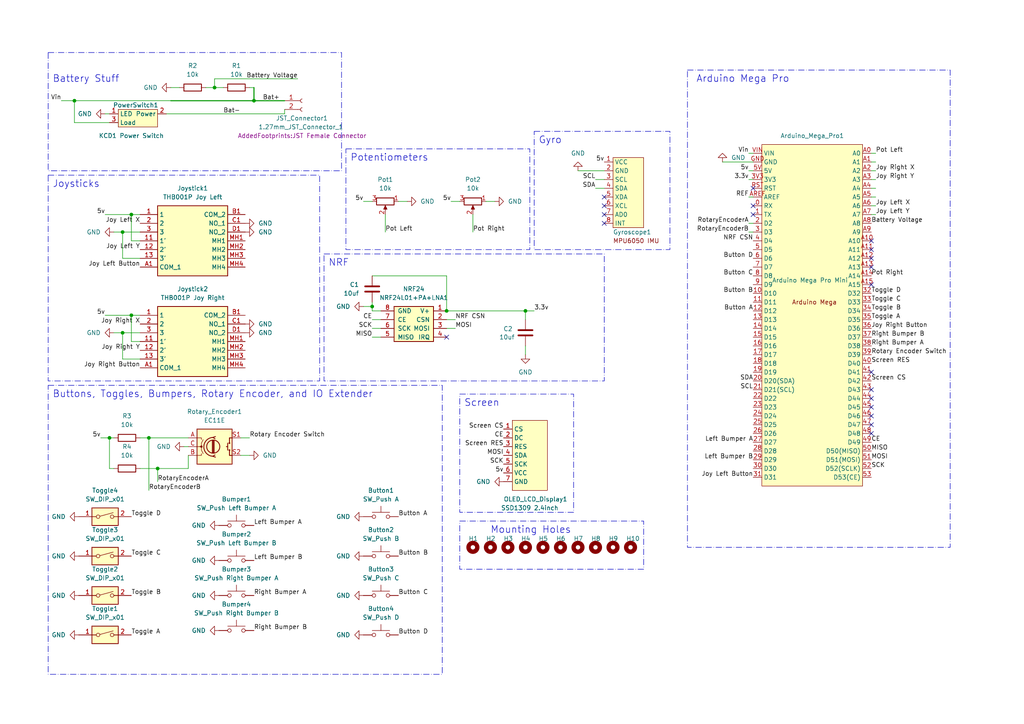
<source format=kicad_sch>
(kicad_sch (version 20230121) (generator eeschema)
  (paper "A4")
  (title_block (title "Arduino Nano Powered RC Transmitter") (rev "3") (company "Aecert Robotics ") (comment 1 "Gyroscope, 3.5 Inch Touchscreen, Rechargable Battery.") (comment 2 "2 Joysticks, 4 Buttons, 4 Bumpers, 4 Toggle Switches, Rotary Encoder, 2 Potentiometers,") (comment 3 "Features:"))
  (lib_symbols
    (symbol "Connector:Conn_01x02_Socket" (pin_names (offset 1.016) hide)
      (property "Reference" "J" (at 0 2.54 0))
      (property "Value" "Conn_01x02_Socket" (at 0 -5.08 0))
      (symbol "Conn_01x02_Socket_1_1"
        (arc (start 0 -2.032) (mid -0.5058 -2.54) (end 0 -3.048) (stroke (width 0.1524)))
        (polyline (pts (xy -1.27 -2.54) (xy -0.508 -2.54)) (stroke (width 0.1524)))
        (polyline (pts (xy -1.27 0) (xy -0.508 0)) (stroke (width 0.1524)))
        (arc (start 0 0.508) (mid -0.5058 0) (end 0 -0.508) (stroke (width 0.1524)))
        (pin passive line (at -5.08 0 0) (length 3.81) (name "Pin_1") (number "1"))
        (pin passive line (at -5.08 -2.54 0) (length 3.81) (name "Pin_2") (number "2"))
      )
    )
    (symbol "Connector_Generic:Conn_02x04_Counter_Clockwise" (pin_names (offset 1.016))
      (property "Reference" "N1" (at 4.445 8.89 0))
      (property "Value" "NRF24L01" (at 4.445 6.35 0))
      (symbol "Conn_02x04_Counter_Clockwise_1_1"
        (rectangle (start -1.27 3.81) (end 10.16 -6.35) (stroke (width 0.254)) (fill (type background)))
        (pin power_in line (at -5.08 2.54 0) (length 3.81) (name "V+") (number "1"))
        (pin input line (at -5.08 0 0) (length 3.81) (name "CSN") (number "2"))
        (pin input line (at -5.08 -2.54 0) (length 3.81) (name "MOSI") (number "3"))
        (pin input line (at -5.08 -5.08 0) (length 3.81) (name "IRQ") (number "4"))
        (pin input line (at 13.97 -5.08 180) (length 3.81) (name "MISO") (number "5"))
        (pin input line (at 13.97 -2.54 180) (length 3.81) (name "SCK") (number "6"))
        (pin input line (at 13.97 0 180) (length 3.81) (name "CE") (number "7"))
        (pin power_out line (at 13.97 2.54 180) (length 3.81) (name "GND") (number "8"))
      )
    )
    (symbol "Device:C" (pin_numbers hide) (pin_names (offset 0.254))
      (property "Reference" "C" (at 0.635 2.54 0))
      (property "Value" "C" (at 0.635 -2.54 0))
      (symbol "C_0_1"
        (polyline (pts (xy -2.032 -0.762) (xy 2.032 -0.762)) (stroke (width 0.508)))
        (polyline (pts (xy -2.032 0.762) (xy 2.032 0.762)) (stroke (width 0.508)))
      )
      (symbol "C_1_1"
        (pin passive line (at 0 3.81 270) (length 2.794) (name "~") (number "1"))
        (pin passive line (at 0 -3.81 90) (length 2.794) (name "~") (number "2"))
      )
    )
    (symbol "Device:R" (pin_numbers hide) (pin_names (offset 0))
      (property "Reference" "R" (at 2.032 0 90))
      (property "Value" "R" (at 0 0 90))
      (symbol "R_0_1"
        (rectangle (start -1.016 -2.54) (end 1.016 2.54) (stroke (width 0.254)))
      )
      (symbol "R_1_1"
        (pin passive line (at 0 3.81 270) (length 1.27) (name "~") (number "1"))
        (pin passive line (at 0 -3.81 90) (length 1.27) (name "~") (number "2"))
      )
    )
    (symbol "Device:R_Potentiometer" (pin_names (offset 1.016) hide)
      (property "Reference" "RV" (at -4.445 0 90))
      (property "Value" "R_Potentiometer" (at -2.54 0 90))
      (symbol "R_Potentiometer_0_1"
        (polyline (pts (xy 2.54 0) (xy 1.524 0)))
        (polyline (pts (xy 1.143 0) (xy 2.286 0.508) (xy 2.286 -0.508) (xy 1.143 0)) (fill (type outline)))
        (rectangle (start 1.016 2.54) (end -1.016 -2.54) (stroke (width 0.254)))
      )
      (symbol "R_Potentiometer_1_1"
        (pin passive line (at 0 3.81 270) (length 1.27) (name "1") (number "1"))
        (pin passive line (at 3.81 0 180) (length 1.27) (name "2") (number "2"))
        (pin passive line (at 0 -3.81 90) (length 1.27) (name "3") (number "3"))
      )
    )
    (symbol "Device:RotaryEncoder_Switch" (pin_names (offset 0.254) hide)
      (property "Reference" "SW" (at 0 6.604 0))
      (property "Value" "RotaryEncoder_Switch" (at 0 -6.604 0))
      (symbol "RotaryEncoder_Switch_0_1"
        (rectangle (start -5.08 5.08) (end 5.08 -5.08) (stroke (width 0.254)) (fill (type background)))
        (circle (center -3.81 0) (radius 0.254) (fill (type outline)))
        (circle (center -0.381 0) (radius 1.905) (stroke (width 0.254)))
        (arc (start -0.381 2.667) (mid -3.0988 -0.0635) (end -0.381 -2.794) (stroke (width 0.254)))
        (polyline (pts (xy -0.635 -1.778) (xy -0.635 1.778)) (stroke (width 0.254)))
        (polyline (pts (xy -0.381 -1.778) (xy -0.381 1.778)) (stroke (width 0.254)))
        (polyline (pts (xy -0.127 1.778) (xy -0.127 -1.778)) (stroke (width 0.254)))
        (polyline (pts (xy 3.81 0) (xy 3.429 0)) (stroke (width 0.254)))
        (polyline (pts (xy 3.81 1.016) (xy 3.81 -1.016)) (stroke (width 0.254)))
        (polyline (pts (xy -5.08 -2.54) (xy -3.81 -2.54) (xy -3.81 -2.032)))
        (polyline (pts (xy -5.08 2.54) (xy -3.81 2.54) (xy -3.81 2.032)))
        (polyline (pts (xy 0.254 -3.048) (xy -0.508 -2.794) (xy 0.127 -2.413)) (stroke (width 0.254)))
        (polyline (pts (xy 0.254 2.921) (xy -0.508 2.667) (xy 0.127 2.286)) (stroke (width 0.254)))
        (polyline (pts (xy 5.08 -2.54) (xy 4.318 -2.54) (xy 4.318 -1.016)) (stroke (width 0.254)))
        (polyline (pts (xy 5.08 2.54) (xy 4.318 2.54) (xy 4.318 1.016)) (stroke (width 0.254)))
        (polyline (pts (xy -5.08 0) (xy -3.81 0) (xy -3.81 -1.016) (xy -3.302 -2.032)))
        (polyline (pts (xy -4.318 0) (xy -3.81 0) (xy -3.81 1.016) (xy -3.302 2.032)))
        (circle (center 4.318 -1.016) (radius 0.127) (stroke (width 0.254)))
        (circle (center 4.318 1.016) (radius 0.127) (stroke (width 0.254)))
      )
      (symbol "RotaryEncoder_Switch_1_1"
        (pin passive line (at -7.62 2.54 0) (length 2.54) (name "A") (number "A"))
        (pin passive line (at -7.62 -2.54 0) (length 2.54) (name "B") (number "B"))
        (pin passive line (at -7.62 0 0) (length 2.54) (name "C") (number "C"))
        (pin passive line (at 7.62 2.54 180) (length 2.54) (name "S1") (number "S1"))
        (pin passive line (at 7.62 -2.54 180) (length 2.54) (name "S2") (number "S2"))
      )
    )
    (symbol "Mechanical:MountingHole" (pin_names (offset 1.016))
      (property "Reference" "H" (at 0 5.08 0))
      (property "Value" "MountingHole" (at 0 3.175 0))
      (symbol "MountingHole_0_1"
        (circle (center 0 0) (radius 1.27) (stroke (width 1.27)))
      )
    )
    (symbol "Modules:Arduino_Mega"
      (property "Reference" "M" (at 13.97 26.67 0))
      (symbol "Arduino_Mega_1_1"
        (rectangle (start 0 24.13) (end 29.21 -74.93) (fill (type background)))
        (text "Arduino Mega" (at 15.24 -21.59 0) (effects (font (size 1.27 1.27))))
        (pin bidirectional line (at -2.54 6.35 0) (length 2.54) (name "RX") (number "0"))
        (pin bidirectional line (at -2.54 3.81 0) (length 2.54) (name "TX") (number "1"))
        (pin bidirectional line (at -2.54 -19.05 0) (length 2.54) (name "D10") (number "10"))
        (pin bidirectional line (at -2.54 -21.59 0) (length 2.54) (name "D11") (number "11"))
        (pin bidirectional line (at -2.54 -24.13 0) (length 2.54) (name "D12") (number "12"))
        (pin bidirectional line (at -2.54 -26.67 0) (length 2.54) (name "D13") (number "13"))
        (pin bidirectional line (at -2.54 -29.21 0) (length 2.54) (name "D14") (number "14"))
        (pin bidirectional line (at -2.54 -31.75 0) (length 2.54) (name "D15") (number "15"))
        (pin bidirectional line (at -2.54 -34.29 0) (length 2.54) (name "D16") (number "16"))
        (pin bidirectional line (at -2.54 -36.83 0) (length 2.54) (name "D17") (number "17"))
        (pin bidirectional line (at -2.54 -39.37 0) (length 2.54) (name "D18") (number "18"))
        (pin bidirectional line (at -2.54 -41.91 0) (length 2.54) (name "D19") (number "19"))
        (pin bidirectional line (at -2.54 1.27 0) (length 2.54) (name "D2") (number "2"))
        (pin bidirectional line (at -2.54 -44.45 0) (length 2.54) (name "D20(SDA)") (number "20"))
        (pin bidirectional line (at -2.54 -46.99 0) (length 2.54) (name "D21(SCL)") (number "21"))
        (pin bidirectional line (at -2.54 -49.53 0) (length 2.54) (name "D22") (number "22"))
        (pin bidirectional line (at -2.54 -52.07 0) (length 2.54) (name "D23") (number "23"))
        (pin bidirectional line (at -2.54 -54.61 0) (length 2.54) (name "D24") (number "24"))
        (pin bidirectional line (at -2.54 -57.15 0) (length 2.54) (name "D25") (number "25"))
        (pin bidirectional line (at -2.54 -59.69 0) (length 2.54) (name "D26") (number "26"))
        (pin bidirectional line (at -2.54 -62.23 0) (length 2.54) (name "D27") (number "27"))
        (pin bidirectional line (at -2.54 -64.77 0) (length 2.54) (name "D28") (number "28"))
        (pin bidirectional line (at -2.54 -67.31 0) (length 2.54) (name "D29") (number "29"))
        (pin bidirectional line (at -2.54 -1.27 0) (length 2.54) (name "D3") (number "3"))
        (pin bidirectional line (at -2.54 -69.85 0) (length 2.54) (name "D30") (number "30"))
        (pin bidirectional line (at -2.54 -72.39 0) (length 2.54) (name "D31") (number "31"))
        (pin bidirectional line (at 31.75 -19.05 180) (length 2.54) (name "D32") (number "32"))
        (pin bidirectional line (at 31.75 -21.59 180) (length 2.54) (name "D33") (number "33"))
        (pin bidirectional line (at 31.75 -24.13 180) (length 2.54) (name "D34") (number "34"))
        (pin bidirectional line (at 31.75 -26.67 180) (length 2.54) (name "D35") (number "35"))
        (pin bidirectional line (at 31.75 -29.21 180) (length 2.54) (name "D36") (number "36"))
        (pin bidirectional line (at 31.75 -31.75 180) (length 2.54) (name "D37") (number "37"))
        (pin bidirectional line (at 31.75 -34.29 180) (length 2.54) (name "D38") (number "38"))
        (pin bidirectional line (at 31.75 -36.83 180) (length 2.54) (name "D39") (number "39"))
        (pin power_out line (at -2.54 13.97 0) (length 2.54) (name "3V3") (number "3V3"))
        (pin bidirectional line (at -2.54 -3.81 0) (length 2.54) (name "D4") (number "4"))
        (pin bidirectional line (at 31.75 -39.37 180) (length 2.54) (name "D40") (number "40"))
        (pin bidirectional line (at 31.75 -41.91 180) (length 2.54) (name "D41") (number "41"))
        (pin bidirectional line (at 31.75 -44.45 180) (length 2.54) (name "D42") (number "42"))
        (pin bidirectional line (at 31.75 -46.99 180) (length 2.54) (name "D43") (number "43"))
        (pin bidirectional line (at 31.75 -49.53 180) (length 2.54) (name "D44") (number "44"))
        (pin bidirectional line (at 31.75 -52.07 180) (length 2.54) (name "D45") (number "45"))
        (pin bidirectional line (at 31.75 -54.61 180) (length 2.54) (name "D46") (number "46"))
        (pin bidirectional line (at 31.75 -57.15 180) (length 2.54) (name "D47") (number "47"))
        (pin bidirectional line (at 31.75 -59.69 180) (length 2.54) (name "D48") (number "48"))
        (pin bidirectional line (at 31.75 -62.23 180) (length 2.54) (name "D49") (number "49"))
        (pin bidirectional line (at -2.54 -6.35 0) (length 2.54) (name "D5") (number "5"))
        (pin bidirectional line (at 31.75 -64.77 180) (length 2.54) (name "D50(MISO)") (number "50"))
        (pin bidirectional line (at 31.75 -67.31 180) (length 2.54) (name "D51(MOSI)") (number "51"))
        (pin bidirectional line (at 31.75 -69.85 180) (length 2.54) (name "D52(SCLK)") (number "52"))
        (pin bidirectional line (at 31.75 -72.39 180) (length 2.54) (name "D53(CE)") (number "53"))
        (pin power_out line (at -2.54 16.51 0) (length 2.54) (name "5V") (number "5V"))
        (pin bidirectional line (at -2.54 -8.89 0) (length 2.54) (name "D6") (number "6"))
        (pin bidirectional line (at -2.54 -11.43 0) (length 2.54) (name "D7") (number "7"))
        (pin bidirectional line (at -2.54 -13.97 0) (length 2.54) (name "D8") (number "8"))
        (pin bidirectional line (at -2.54 -16.51 0) (length 2.54) (name "D9") (number "9"))
        (pin bidirectional line (at 31.75 21.59 180) (length 2.54) (name "A0") (number "A0"))
        (pin bidirectional line (at 31.75 19.05 180) (length 2.54) (name "A1") (number "A1"))
        (pin bidirectional line (at 31.75 -3.81 180) (length 2.54) (name "A10") (number "A10"))
        (pin bidirectional line (at 31.75 -6.35 180) (length 2.54) (name "A11") (number "A11"))
        (pin bidirectional line (at 31.75 -8.89 180) (length 2.54) (name "A12") (number "A12"))
        (pin bidirectional line (at 31.75 -11.43 180) (length 2.54) (name "A13") (number "A13"))
        (pin bidirectional line (at 31.75 -13.97 180) (length 2.54) (name "A14") (number "A14"))
        (pin bidirectional line (at 31.75 -16.51 180) (length 2.54) (name "A15") (number "A15"))
        (pin bidirectional line (at 31.75 16.51 180) (length 2.54) (name "A2") (number "A2"))
        (pin bidirectional line (at 31.75 13.97 180) (length 2.54) (name "A3") (number "A3"))
        (pin bidirectional line (at 31.75 11.43 180) (length 2.54) (name "A4") (number "A4"))
        (pin bidirectional line (at 31.75 8.89 180) (length 2.54) (name "A5") (number "A5"))
        (pin bidirectional line (at 31.75 6.35 180) (length 2.54) (name "A6") (number "A6"))
        (pin bidirectional line (at 31.75 3.81 180) (length 2.54) (name "A7") (number "A7"))
        (pin bidirectional line (at 31.75 1.27 180) (length 2.54) (name "A8") (number "A8"))
        (pin bidirectional line (at 31.75 -1.27 180) (length 2.54) (name "A9") (number "A9"))
        (pin bidirectional line (at -2.54 8.89 0) (length 2.54) (name "AREF") (number "AREF"))
        (pin power_in line (at -2.54 19.05 0) (length 2.54) (name "GND") (number "GND"))
        (pin input line (at -2.54 11.43 0) (length 2.54) (name "RST") (number "RST"))
        (pin power_in line (at -2.54 21.59 0) (length 2.54) (name "VIN") (number "VIN"))
      )
    )
    (symbol "Modules:KCD1_3_Pin_Toggle_Switch"
      (property "Reference" "K" (at 1.27 3.81 0))
      (symbol "KCD1_3_Pin_Toggle_Switch_1_1"
        (rectangle (start -2.54 2.54) (end 8.89 -2.54) (fill (type background)))
        (pin bidirectional line (at -5.08 1.27 0) (length 2.54) (name "LED") (number "1"))
        (pin bidirectional line (at 11.43 1.27 180) (length 2.54) (name "Power") (number "2"))
        (pin power_in line (at -5.08 -1.27 0) (length 2.54) (name "Load") (number "3"))
      )
    )
    (symbol "Modules:MPU6050_IMU"
      (property "Reference" "G1" (at -3.81 -10.16 0))
      (property "Value" "~" (at 0 0 0))
      (symbol "MPU6050_IMU_1_1"
        (rectangle (start -3.81 11.43) (end 5.08 -8.89) (fill (type background)))
        (text "MPU6050 IMU" (at -3.81 -12.7 0) (effects (font (size 1.27 1.27)) (justify left)))
        (pin power_in line (at -6.35 10.16 0) (length 2.54) (name "VCC") (number "1"))
        (pin power_in line (at -6.35 7.62 0) (length 2.54) (name "GND") (number "2"))
        (pin output line (at -6.35 5.08 0) (length 2.54) (name "SCL") (number "3"))
        (pin output line (at -6.35 2.54 0) (length 2.54) (name "SDA") (number "4"))
        (pin input line (at -6.35 0 0) (length 2.54) (name "XDA") (number "5"))
        (pin input line (at -6.35 -2.54 0) (length 2.54) (name "XCL") (number "6"))
        (pin input line (at -6.35 -5.08 0) (length 2.54) (name "AD0") (number "7"))
        (pin input line (at -6.35 -7.62 0) (length 2.54) (name "INT") (number "8"))
      )
    )
    (symbol "Modules:SSD1309_2.4_Inch_OLED"
      (property "Reference" "S" (at 3.81 16.51 0))
      (symbol "SSD1309_2.4_Inch_OLED_1_1"
        (rectangle (start -1.27 15.24) (end 8.89 -5.08) (fill (type background)))
        (pin bidirectional line (at -3.81 12.7 0) (length 2.54) (name "CS") (number "1"))
        (pin bidirectional line (at -3.81 10.16 0) (length 2.54) (name "DC") (number "2"))
        (pin bidirectional line (at -3.81 7.62 0) (length 2.54) (name "RES") (number "3"))
        (pin bidirectional line (at -3.81 5.08 0) (length 2.54) (name "SDA") (number "4"))
        (pin bidirectional line (at -3.81 2.54 0) (length 2.54) (name "SCK") (number "5"))
        (pin bidirectional line (at -3.81 0 0) (length 2.54) (name "VCC") (number "6"))
        (pin bidirectional line (at -3.81 -2.54 0) (length 2.54) (name "GND") (number "7"))
      )
    )
    (symbol "Switch:SW_DIP_x01" (pin_names (offset 0) hide)
      (property "Reference" "SW" (at 0 3.81 0))
      (property "Value" "SW_DIP_x01" (at 0 -3.81 0))
      (symbol "SW_DIP_x01_0_0"
        (circle (center -2.032 0) (radius 0.508))
        (polyline (pts (xy -1.524 0.127) (xy 2.3622 1.1684)))
        (circle (center 2.032 0) (radius 0.508))
      )
      (symbol "SW_DIP_x01_0_1"
        (rectangle (start -3.81 2.54) (end 3.81 -2.54) (stroke (width 0.254)) (fill (type background)))
      )
      (symbol "SW_DIP_x01_1_1"
        (pin passive line (at -7.62 0 0) (length 5.08) (name "~") (number "1"))
        (pin passive line (at 7.62 0 180) (length 5.08) (name "~") (number "2"))
      )
    )
    (symbol "Switch:SW_Push" (pin_numbers hide) (pin_names (offset 1.016) hide)
      (property "Reference" "SW" (at 1.27 2.54 0))
      (property "Value" "SW_Push" (at 0 -1.524 0))
      (symbol "SW_Push_0_1"
        (circle (center -2.032 0) (radius 0.508))
        (polyline (pts (xy 0 1.27) (xy 0 3.048)))
        (polyline (pts (xy 2.54 1.27) (xy -2.54 1.27)))
        (circle (center 2.032 0) (radius 0.508))
        (pin passive line (at -5.08 0 0) (length 2.54) (name "1") (number "1"))
        (pin passive line (at 5.08 0 180) (length 2.54) (name "2") (number "2"))
      )
    )
    (symbol "THB001P:THB001P"
      (property "Reference" "S" (at 26.67 7.62 0))
      (property "Value" "THB001P" (at 26.67 5.08 0))
      (symbol "THB001P_1_1"
        (rectangle (start 5.08 2.54) (end 25.4 -17.78) (stroke (width 0.254)) (fill (type background)))
        (pin passive line (at 0 0 0) (length 5.08) (name "1") (number "1"))
        (pin passive line (at 0 -7.62 0) (length 5.08) (name "1'") (number "11"))
        (pin passive line (at 0 -10.16 0) (length 5.08) (name "2'") (number "12"))
        (pin passive line (at 0 -12.7 0) (length 5.08) (name "3'") (number "13"))
        (pin passive line (at 0 -2.54 0) (length 5.08) (name "2") (number "2"))
        (pin passive line (at 0 -5.08 0) (length 5.08) (name "3") (number "3"))
        (pin passive line (at 0 -15.24 0) (length 5.08) (name "COM_1") (number "A1"))
        (pin passive line (at 30.48 0 180) (length 5.08) (name "COM_2") (number "B1"))
        (pin passive line (at 30.48 -2.54 180) (length 5.08) (name "NO_1") (number "C1"))
        (pin passive line (at 30.48 -5.08 180) (length 5.08) (name "NO_2") (number "D1"))
        (pin passive line (at 30.48 -7.62 180) (length 5.08) (name "MH1") (number "MH1"))
        (pin passive line (at 30.48 -10.16 180) (length 5.08) (name "MH2") (number "MH2"))
        (pin passive line (at 30.48 -12.7 180) (length 5.08) (name "MH3") (number "MH3"))
        (pin passive line (at 30.48 -15.24 180) (length 5.08) (name "MH4") (number "MH4"))
      )
    )
    (symbol "power:GND" (power) (pin_names (offset 0))
      (property "Value" "GND" (at 0 -3.81 0))
      (symbol "GND_0_1"
        (polyline (pts (xy 0 0) (xy 0 -1.27) (xy 1.27 -1.27) (xy 0 -2.54) (xy -1.27 -1.27) (xy 0 -1.27)))
      )
      (symbol "GND_1_1"
        (pin power_in line (at 0 0 270) (length 0) hide (name "GND") (number "1"))
      )
    )
  )
  (junction (at 73.66 29.21))
  (junction (at 31.75 127))
  (junction (at 35.56 67.31))
  (junction (at 45.72 135.89))
  (junction (at 38.1 62.23))
  (junction (at 21.59 29.21))
  (junction (at 152.4 90.17))
  (junction (at 43.18 127))
  (junction (at 107.95 88.9))
  (junction (at 129.54 90.17))
  (junction (at 35.56 96.52))
  (junction (at 62.23 25.4))
  (junction (at 38.1 91.44))
  (no_connect (at 175.26 57.15))
  (no_connect (at 252.73 113.03))
  (no_connect (at 175.26 62.23))
  (no_connect (at 175.26 64.77))
  (no_connect (at 252.73 74.93))
  (no_connect (at 252.73 69.85))
  (no_connect (at 252.73 123.19))
  (no_connect (at 252.73 120.65))
  (no_connect (at 129.54 97.79))
  (no_connect (at 252.73 118.11))
  (no_connect (at 252.73 82.55))
  (no_connect (at 252.73 115.57))
  (no_connect (at 252.73 77.47))
  (no_connect (at 218.44 62.23))
  (no_connect (at 252.73 72.39))
  (no_connect (at 175.26 59.69))
  (no_connect (at 218.44 54.61))
  (no_connect (at 252.73 107.95))
  (no_connect (at 218.44 59.69))
  (no_connect (at 252.73 125.73))
  (wire (pts (xy 62.23 25.4) (xy 64.77 25.4)))
  (wire (pts (xy 105.41 58.42) (xy 107.95 58.42)))
  (wire (pts (xy 38.1 91.44) (xy 38.1 99.06)))
  (wire (pts (xy 59.69 25.4) (xy 62.23 25.4)))
  (wire (pts (xy 62.23 22.86) (xy 62.23 25.4)))
  (wire (pts (xy 40.64 74.93) (xy 35.56 74.93)))
  (wire (pts (xy 129.54 90.17) (xy 152.4 90.17)))
  (wire (pts (xy 107.95 88.9) (xy 105.41 88.9)))
  (wire (pts (xy 167.64 49.53) (xy 175.26 49.53)))
  (wire (pts (xy 143.51 58.42) (xy 140.97 58.42)))
  (wire (pts (xy 107.95 87.63) (xy 107.95 88.9)))
  (wire (pts (xy 110.49 90.17) (xy 107.95 90.17)))
  (wire (pts (xy 30.48 62.23) (xy 38.1 62.23)))
  (wire (pts (xy 40.64 127) (xy 43.18 127)))
  (wire (pts (xy 254 59.69) (xy 252.73 59.69)))
  (wire (pts (xy 254 49.53) (xy 252.73 49.53)))
  (wire (pts (xy 40.64 99.06) (xy 38.1 99.06)))
  (wire (pts (xy 69.85 132.08) (xy 72.39 132.08)))
  (wire (pts (xy 29.21 127) (xy 31.75 127)))
  (wire (pts (xy 62.23 22.86) (xy 86.36 22.86)))
  (wire (pts (xy 254 44.45) (xy 252.73 44.45)))
  (wire (pts (xy 38.1 91.44) (xy 40.64 91.44)))
  (wire (pts (xy 40.64 104.14) (xy 35.56 104.14)))
  (wire (pts (xy 49.53 25.4) (xy 52.07 25.4)))
  (wire (pts (xy 217.17 44.45) (xy 218.44 44.45)))
  (wire (pts (xy 38.1 62.23) (xy 40.64 62.23)))
  (wire (pts (xy 40.64 69.85) (xy 38.1 69.85)))
  (wire (pts (xy 31.75 35.56) (xy 21.59 35.56)))
  (wire (pts (xy 217.17 52.07) (xy 218.44 52.07)))
  (wire (pts (xy 172.72 54.61) (xy 175.26 54.61)))
  (wire (pts (xy 38.1 62.23) (xy 38.1 69.85)))
  (wire (pts (xy 43.18 142.24) (xy 43.18 127)))
  (wire (pts (xy 21.59 29.21) (xy 49.53 29.21)))
  (wire (pts (xy 172.72 52.07) (xy 175.26 52.07)))
  (wire (pts (xy 35.56 67.31) (xy 40.64 67.31)))
  (wire (pts (xy 254 46.99) (xy 252.73 46.99)))
  (wire (pts (xy 130.81 58.42) (xy 133.35 58.42)))
  (wire (pts (xy 33.02 67.31) (xy 35.56 67.31)))
  (wire (pts (xy 30.48 91.44) (xy 38.1 91.44)))
  (wire (pts (xy 49.53 29.21) (xy 73.66 29.21)) (stroke (width 0.3)))
  (wire (pts (xy 35.56 67.31) (xy 35.56 74.93)))
  (wire (pts (xy 209.55 46.99) (xy 218.44 46.99)))
  (wire (pts (xy 152.4 90.17) (xy 152.4 92.71)))
  (wire (pts (xy 43.18 127) (xy 54.61 127)))
  (wire (pts (xy 53.34 129.54) (xy 54.61 129.54)))
  (wire (pts (xy 35.56 96.52) (xy 35.56 104.14)))
  (wire (pts (xy 111.76 67.31) (xy 111.76 62.23)))
  (wire (pts (xy 73.66 25.4) (xy 73.66 29.21)) (stroke (width 0.3)))
  (wire (pts (xy 45.72 135.89) (xy 45.72 139.7)))
  (wire (pts (xy 35.56 96.52) (xy 40.64 96.52)))
  (wire (pts (xy 82.55 33.02) (xy 82.55 31.75)))
  (wire (pts (xy 132.08 92.71) (xy 129.54 92.71)))
  (wire (pts (xy 17.78 29.21) (xy 21.59 29.21)))
  (wire (pts (xy 254 57.15) (xy 252.73 57.15)))
  (wire (pts (xy 72.39 127) (xy 69.85 127)))
  (wire (pts (xy 107.95 95.25) (xy 110.49 95.25)))
  (wire (pts (xy 254 54.61) (xy 252.73 54.61)))
  (wire (pts (xy 33.02 96.52) (xy 35.56 96.52)))
  (wire (pts (xy 30.48 33.02) (xy 31.75 33.02)))
  (wire (pts (xy 137.16 67.31) (xy 137.16 62.23)))
  (wire (pts (xy 48.26 33.02) (xy 82.55 33.02)))
  (wire (pts (xy 45.72 135.89) (xy 54.61 135.89)))
  (wire (pts (xy 54.61 132.08) (xy 54.61 135.89)))
  (wire (pts (xy 73.66 29.21) (xy 82.55 29.21)) (stroke (width 0.3)))
  (wire (pts (xy 217.17 57.15) (xy 218.44 57.15)))
  (wire (pts (xy 129.54 80.01) (xy 107.95 80.01)))
  (wire (pts (xy 31.75 135.89) (xy 33.02 135.89)))
  (wire (pts (xy 254 62.23) (xy 252.73 62.23)))
  (wire (pts (xy 132.08 95.25) (xy 129.54 95.25)))
  (wire (pts (xy 254 52.07) (xy 252.73 52.07)))
  (wire (pts (xy 107.95 97.79) (xy 110.49 97.79)))
  (wire (pts (xy 72.39 25.4) (xy 73.66 25.4)))
  (wire (pts (xy 107.95 88.9) (xy 107.95 90.17)))
  (wire (pts (xy 40.64 135.89) (xy 45.72 135.89)))
  (wire (pts (xy 217.17 67.31) (xy 218.44 67.31)))
  (wire (pts (xy 217.17 64.77) (xy 218.44 64.77)))
  (wire (pts (xy 21.59 35.56) (xy 21.59 29.21)))
  (wire (pts (xy 152.4 90.17) (xy 154.94 90.17)))
  (wire (pts (xy 31.75 127) (xy 33.02 127)))
  (wire (pts (xy 31.75 135.89) (xy 31.75 127)))
  (wire (pts (xy 118.11 58.42) (xy 115.57 58.42)))
  (wire (pts (xy 152.4 102.87) (xy 152.4 100.33)))
  (wire (pts (xy 129.54 80.01) (xy 129.54 90.17)))
  (wire (pts (xy 107.95 92.71) (xy 110.49 92.71)))
  (wire (pts (xy 217.17 49.53) (xy 218.44 49.53)))
  (rectangle (start 13.97 50.8) (end 92.71 110.49) (stroke (width 0) (type dash_dot)))
  (rectangle (start 154.94 38.1) (end 194.31 72.39) (stroke (width 0) (type dash_dot)))
  (rectangle (start 133.35 151.13) (end 186.69 165.1) (stroke (width 0) (type dash_dot)))
  (rectangle (start 93.98 73.66) (end 175.26 110.49) (stroke (width 0) (type dash_dot)))
  (rectangle (start 13.97 15.24) (end 99.06 49.53) (stroke (width 0) (type dash_dot)))
  (rectangle (start 100.33 43.18) (end 153.67 72.39) (stroke (width 0) (type dash_dot)))
  (rectangle (start 13.97 111.76) (end 128.27 195.58) (stroke (width 0) (type dash_dot)))
  (rectangle (start 133.35 114.3) (end 166.37 148.59) (stroke (width 0) (type dash_dot)))
  (rectangle (start 199.39 20.32) (end 275.59 158.75) (stroke (width 0) (type dash_dot)))
  (text "Screen" (at 134.62 118.11 0) (effects (font (size 2 2)) (justify left bottom)))
  (text "NRF\n" (at 95.25 77.47 0) (effects (font (size 2 2)) (justify left bottom)))
  (text "Buttons, Toggles, Bumpers, Rotary Encoder, and IO Extender\n" (at 15.24 115.57 0) (effects (font (size 2 2)) (justify left bottom)))
  (text "Gyro" (at 156.21 41.91 0) (effects (font (size 2 2)) (justify left bottom)))
  (text "Potentiometers" (at 101.6 46.99 0) (effects (font (size 2 2)) (justify left bottom)))
  (text "Mounting Holes" (at 142.24 154.94 0) (effects (font (size 2 2)) (justify left bottom)))
  (text "Battery Stuff" (at 15.24 24.13 0) (effects (font (size 2 2)) (justify left bottom)))
  (text "Joysticks" (at 15.24 54.61 0) (effects (font (size 2 2)) (justify left bottom)))
  (text "Arduino Mega Pro" (at 201.93 24.13 0) (effects (font (size 2 2)) (justify left bottom)))
  (label "RotaryEncoderA" (at 217.17 64.77 180))
  (label "Joy Left Y" (at 40.64 72.39 180))
  (label "Toggle A" (at 38.1 184.15 0))
  (label "MISO" (at 252.73 130.81 0))
  (label "Screen RES" (at 146.05 129.54 180))
  (label "SCL" (at 172.72 52.07 180))
  (label "Button D" (at 115.57 184.15 0))
  (label "NRF CSN" (at 218.44 69.85 180))
  (label "SDA" (at 172.72 54.61 180))
  (label "Button A" (at 115.57 149.86 0))
  (label "Pot Right" (at 252.73 80.01 0))
  (label "Joy Right Y" (at 254 52.07 0))
  (label "RotaryEncoderA" (at 45.72 139.7 0))
  (label "Rotary Encoder Switch" (at 72.39 127 0))
  (label "5v" (at 130.81 58.42 180) (property "Netclass" "5v" (effects hide)))
  (label "MOSI" (at 132.08 95.25 0))
  (label "Bat+" (at 76.2 29.21 0) (property "Netclass" "Vin" (effects hide)))
  (label "Right Bumper B" (at 252.73 97.79 0))
  (label "Toggle D" (at 38.1 149.86 0))
  (label "SCL" (at 218.44 113.03 180))
  (label "MISO" (at 107.95 97.79 180))
  (label "Toggle C" (at 252.73 87.63 0))
  (label "Joy Right Y" (at 40.64 101.6 180))
  (label "CE" (at 252.73 128.27 0))
  (label "CE" (at 107.95 92.71 180))
  (label "Button B" (at 218.44 85.09 180))
  (label "Button B" (at 115.57 161.29 0))
  (label "5v" (at 217.17 49.53 180) (property "Netclass" "5v" (effects hide)))
  (label "Joy Left Button" (at 40.64 77.47 180))
  (label "Battery Voltage" (at 252.73 64.77 0) (property "Netclass" "Default" (effects hide)))
  (label "Left Bumper A" (at 73.66 152.4 0))
  (label "Toggle D" (at 252.73 85.09 0))
  (label "Button A" (at 218.44 90.17 180))
  (label "Screen CS" (at 252.73 110.49 0))
  (label "Toggle C" (at 38.1 161.29 0))
  (label "RotaryEncoderB" (at 217.17 67.31 180))
  (label "Left Bumper B" (at 73.66 162.56 0))
  (label "Pot Right" (at 137.16 67.31 0))
  (label "Right Bumper A" (at 252.73 100.33 0))
  (label "5v" (at 146.05 137.16 180) (property "Netclass" "5v" (effects hide)))
  (label "Joy Left Button" (at 218.44 138.43 180))
  (label "Vin" (at 17.78 29.21 180) (property "Netclass" "Vin" (effects hide)))
  (label "Toggle A" (at 252.73 92.71 0))
  (label "Toggle B" (at 38.1 172.72 0))
  (label "Joy Right Button" (at 252.73 95.25 0))
  (label "Toggle B" (at 252.73 90.17 0))
  (label "Joy Right Button" (at 40.64 106.68 180))
  (label "5v" (at 175.26 46.99 180) (property "Netclass" "5v" (effects hide)))
  (label "SCK" (at 146.05 134.62 180))
  (label "Right Bumper B" (at 73.66 182.88 0))
  (label "Bat-" (at 64.77 33.02 0) (property "Netclass" "Vin" (effects hide)))
  (label "Joy Left X" (at 40.64 64.77 180))
  (label "Button C" (at 218.44 80.01 180))
  (label "Joy Left X" (at 254 59.69 0))
  (label "Battery Voltage" (at 86.36 22.86 180) (property "Netclass" "Default" (effects hide)))
  (label "5v" (at 30.48 62.23 180) (property "Netclass" "5v" (effects hide)))
  (label "Button C" (at 115.57 172.72 0))
  (label "Left Bumper B" (at 218.44 133.35 180))
  (label "RotaryEncoderB" (at 43.18 142.24 0))
  (label "Left Bumper A" (at 218.44 128.27 180))
  (label "MOSI" (at 252.73 133.35 0))
  (label "5v" (at 29.21 127 180) (property "Netclass" "5v" (effects hide)))
  (label "Pot Left" (at 111.76 67.31 0))
  (label "Joy Left Y" (at 254 62.23 0))
  (label "Rotary Encoder Switch" (at 252.73 102.87 0))
  (label "5v" (at 105.41 58.42 180) (property "Netclass" "5v" (effects hide)))
  (label "SCK" (at 252.73 135.89 0))
  (label "Pot Left" (at 254 44.45 0))
  (label "Button D" (at 218.44 74.93 180))
  (label "Joy Right X" (at 40.64 93.98 180))
  (label "CE" (at 146.05 127 180))
  (label "Screen CS" (at 146.05 124.46 180))
  (label "Screen RES" (at 252.73 105.41 0))
  (label "5v" (at 30.48 91.44 180) (property "Netclass" "5v" (effects hide)))
  (label "MOSI" (at 146.05 132.08 180))
  (label "NRF CSN" (at 132.08 92.71 0))
  (label "3.3v" (at 217.17 52.07 180))
  (label "Right Bumper A" (at 73.66 172.72 0))
  (label "SCK" (at 107.95 95.25 180))
  (label "SDA" (at 218.44 110.49 180))
  (label "REF" (at 217.17 57.15 180))
  (label "Vin" (at 217.17 44.45 180) (property "Netclass" "Vin" (effects hide)))
  (label "3.3v" (at 154.94 90.17 0))
  (label "Joy Right X" (at 254 49.53 0))
  (symbol (lib_id "Mechanical:MountingHole") (at 182.88 158.75 0) (unit 1)
    (property "Reference" "H10" (at 181.61 156.21 0) (effects (justify left)))
    (property "Value" "MountingHole_Pad" (effects hide))
    (property "Footprint" "MountingHole:MountingHole_3.2mm_M3" (effects hide))
  )
  (symbol (lib_id "power:GND") (at 146.05 139.7 270) (unit 1)
    (property "Reference" "#PWR014" (effects hide))
    (property "Value" "GND" (at 142.24 139.7 90) (effects (justify right)))
  )
  (symbol (lib_id "Switch:SW_Push") (at 68.58 182.88 0) (unit 1)
    (property "Reference" "Bumper4" (at 68.58 175.26 0))
    (property "Value" "SW_Push Right Bumper B" (at 68.58 177.8 0))
    (property "Footprint" "AddedFootprints:Bumper Pads" (effects hide))
  )
  (symbol (lib_id "power:GND") (at 63.5 172.72 270) (unit 1)
    (property "Reference" "#PWR022" (effects hide))
    (property "Value" "GND" (at 59.69 172.72 90) (effects (justify right)))
  )
  (symbol (lib_id "power:GND") (at 105.41 172.72 270) (unit 1)
    (property "Reference" "#PWR025" (effects hide))
    (property "Value" "GND" (at 101.6 172.72 90) (effects (justify right)))
  )
  (symbol (lib_id "Switch:SW_Push") (at 68.58 162.56 0) (unit 1)
    (property "Reference" "Bumper2" (at 68.58 154.94 0))
    (property "Value" "SW_Push Left Bumper B" (at 68.58 157.48 0))
    (property "Footprint" "AddedFootprints:Bumper Pads" (effects hide))
  )
  (symbol (lib_id "Device:R_Potentiometer") (at 111.76 58.42 270) (unit 1)
    (property "Reference" "Pot1" (at 111.76 52.07 90))
    (property "Value" "10k" (at 111.76 54.61 90))
    (property "Footprint" "Potentiometer_THT:Potentiometer_Bourns_PTV09A-1_Single_Vertical" (effects hide))
    (property "Part Number" "PTV09A-4220F-B103" (effects hide))
  )
  (symbol (lib_id "Switch:SW_Push") (at 110.49 172.72 0) (unit 1)
    (property "Reference" "Button3" (at 110.49 165.1 0))
    (property "Value" "SW_Push C" (at 110.49 167.64 0))
    (property "Footprint" "Button_Switch_THT:SW_PUSH_6mm" (effects hide))
  )
  (symbol (lib_id "Switch:SW_Push") (at 110.49 184.15 0) (unit 1)
    (property "Reference" "Button4" (at 110.49 176.53 0))
    (property "Value" "SW_Push D" (at 110.49 179.07 0))
    (property "Footprint" "Button_Switch_THT:SW_PUSH_6mm" (effects hide))
  )
  (symbol (lib_id "Mechanical:MountingHole") (at 177.8 158.75 0) (unit 1)
    (property "Reference" "H9" (at 176.53 156.21 0) (effects (justify left)))
    (property "Value" "MountingHole_Pad" (effects hide))
    (property "Footprint" "MountingHole:MountingHole_3.2mm_M3" (effects hide))
  )
  (symbol (lib_id "Mechanical:MountingHole") (at 167.64 158.75 0) (unit 1)
    (property "Reference" "H7" (at 166.37 156.21 0) (effects (justify left)))
    (property "Value" "MountingHole_Pad" (effects hide))
    (property "Footprint" "MountingHole:MountingHole_3.2mm_M3" (effects hide))
  )
  (symbol (lib_id "Switch:SW_DIP_x01") (at 30.48 184.15 0) (unit 1)
    (property "Reference" "Toggle1" (at 30.48 176.53 0))
    (property "Value" "SW_DIP_x01" (at 30.48 179.07 0))
    (property "Footprint" "AddedFootprints:SPST Mini Toggle Switch 2 Pin 2 Position" (effects hide))
  )
  (symbol (lib_id "Modules:MPU6050_IMU") (at 181.61 57.15 0) (unit 1)
    (property "Reference" "Gyroscope1" (at 177.8 67.31 0) (effects (justify left)))
    (property "Value" "MPU6050 Gyroscope" (effects hide))
    (property "Footprint" "AddedFootprints:MPU6050 Gyroscope" (effects hide))
  )
  (symbol (lib_id "power:GND") (at 105.41 184.15 270) (unit 1)
    (property "Reference" "#PWR024" (effects hide))
    (property "Value" "GND" (at 101.6 184.15 90) (effects (justify right)))
  )
  (symbol (lib_id "power:GND") (at 105.41 149.86 270) (unit 1)
    (property "Reference" "#PWR027" (effects hide))
    (property "Value" "GND" (at 101.6 149.86 90) (effects (justify right)))
  )
  (symbol (lib_id "Device:R_Potentiometer") (at 137.16 58.42 270) (unit 1)
    (property "Reference" "Pot2" (at 137.16 52.07 90))
    (property "Value" "10k" (at 137.16 54.61 90))
    (property "Footprint" "Potentiometer_THT:Potentiometer_Bourns_PTV09A-1_Single_Vertical" (effects hide))
    (property "Part Number" "PTV09A-4220F-B103" (effects hide))
  )
  (symbol (lib_id "power:GND") (at 63.5 162.56 270) (unit 1)
    (property "Reference" "#PWR021" (effects hide))
    (property "Value" "GND" (at 59.69 162.56 90) (effects (justify right)))
  )
  (symbol (lib_id "power:GND") (at 22.86 161.29 270) (unit 1)
    (property "Reference" "#PWR015" (effects hide))
    (property "Value" "GND" (at 19.05 161.29 90) (effects (justify right)))
  )
  (symbol (lib_id "Device:R") (at 55.88 25.4 90) (unit 1)
    (property "Reference" "R2" (at 55.88 19.05 90))
    (property "Value" "10k" (at 55.88 21.59 90))
    (property "Footprint" "Resistor_THT:R_Axial_DIN0207_L6.3mm_D2.5mm_P7.62mm_Horizontal" (effects hide))
  )
  (symbol (lib_id "Device:RotaryEncoder_Switch") (at 62.23 129.54 0) (unit 1)
    (property "Reference" "Rotary_Encoder1" (at 62.23 119.38 0))
    (property "Value" "EC11E" (at 62.23 121.92 0))
    (property "Footprint" "Rotary_Encoder:RotaryEncoder_Alps_EC11E-Switch_Vertical_H20mm" (effects hide))
  )
  (symbol (lib_id "power:GND") (at 143.51 58.42 90) (unit 1)
    (property "Reference" "#PWR04" (effects hide))
    (property "Value" "GND" (at 147.32 58.42 90) (effects (justify right)))
  )
  (symbol (lib_id "Mechanical:MountingHole") (at 142.24 158.75 0) (unit 1)
    (property "Reference" "H2" (at 140.97 156.21 0) (effects (justify left)))
    (property "Value" "MountingHole_Pad" (effects hide))
    (property "Footprint" "MountingHole:MountingHole_3.2mm_M3" (effects hide))
  )
  (symbol (lib_id "Switch:SW_DIP_x01") (at 30.48 161.29 0) (unit 1)
    (property "Reference" "Toggle3" (at 30.48 153.67 0))
    (property "Value" "SW_DIP_x01" (at 30.48 156.21 0))
    (property "Footprint" "AddedFootprints:SPST Mini Toggle Switch 2 Pin 2 Position" (effects hide))
  )
  (symbol (lib_id "Modules:KCD1_3_Pin_Toggle_Switch") (at 36.83 34.29 0) (unit 1)
    (property "Reference" "PowerSwitch1" (at 39.37 30.48 0))
    (property "Value" "KCD1 Power Switch" (at 38.1 39.37 0))
    (property "Footprint" "AddedFootprints:KCD1 Mini Rocker Switch" (effects hide))
  )
  (symbol (lib_id "power:GND") (at 33.02 96.52 270) (mirror x) (unit 1)
    (property "Reference" "#PWR017" (effects hide))
    (property "Value" "GND" (at 29.21 96.52 90) (effects (justify right)))
  )
  (symbol (lib_id "Device:C") (at 107.95 83.82 0) (mirror y) (unit 1)
    (property "Reference" "C1" (at 104.14 82.55 0) (effects (justify left)))
    (property "Value" "10uf" (at 104.14 85.09 0) (effects (justify left)))
    (property "Footprint" "Capacitor_THT:CP_Radial_D5.0mm_P2.50mm" (effects hide))
  )
  (symbol (lib_id "power:GND") (at 167.64 49.53 180) (unit 1)
    (property "Reference" "#PWR05" (effects hide))
    (property "Value" "GND" (at 167.64 44.45 0))
  )
  (symbol (lib_id "power:GND") (at 49.53 25.4 270) (unit 1)
    (property "Reference" "#PWR08" (effects hide))
    (property "Value" "GND" (at 45.72 25.4 90) (effects (justify right)))
  )
  (symbol (lib_id "power:GND") (at 33.02 67.31 270) (mirror x) (unit 1)
    (property "Reference" "#PWR09" (effects hide))
    (property "Value" "GND" (at 29.21 67.31 90) (effects (justify right)))
  )
  (symbol (lib_id "Device:R") (at 68.58 25.4 90) (unit 1)
    (property "Reference" "R1" (at 68.58 19.05 90))
    (property "Value" "10k" (at 68.58 21.59 90))
    (property "Footprint" "Resistor_THT:R_Axial_DIN0207_L6.3mm_D2.5mm_P7.62mm_Horizontal" (effects hide))
  )
  (symbol (lib_id "power:GND") (at 105.41 88.9 270) (mirror x) (unit 1)
    (property "Reference" "#PWR013" (effects hide))
    (property "Value" "GND" (at 101.6 88.9 90) (effects (justify right)))
  )
  (symbol (lib_id "Device:R") (at 36.83 135.89 90) (unit 1)
    (property "Reference" "R4" (at 36.83 129.54 90))
    (property "Value" "10k" (at 36.83 132.08 90))
    (property "Footprint" "Resistor_THT:R_Axial_DIN0207_L6.3mm_D2.5mm_P7.62mm_Horizontal" (effects hide))
  )
  (symbol (lib_id "power:GND") (at 71.12 93.98 90) (mirror x) (unit 1)
    (property "Reference" "#PWR016" (effects hide))
    (property "Value" "GND" (at 74.93 93.98 90) (effects (justify right)))
  )
  (symbol (lib_id "Mechanical:MountingHole") (at 157.48 158.75 0) (unit 1)
    (property "Reference" "H5" (at 156.21 156.21 0) (effects (justify left)))
    (property "Value" "MountingHole_Pad" (effects hide))
    (property "Footprint" "MountingHole:MountingHole_3.2mm_M3" (effects hide))
  )
  (symbol (lib_id "power:GND") (at 71.12 96.52 90) (mirror x) (unit 1)
    (property "Reference" "#PWR028" (effects hide))
    (property "Value" "GND" (at 74.93 96.52 90) (effects (justify right)))
  )
  (symbol (lib_id "Modules:SSD1309_2.4_Inch_OLED") (at 149.86 137.16 0) (unit 1)
    (property "Reference" "OLED_LCD_Display1" (at 146.05 144.78 0) (effects (justify left)))
    (property "Value" "SSD1309 2.4inch" (at 153.67 147.32 0))
    (property "Footprint" "AddedFootprints:OLED LCD Display SSD1309" (effects hide))
  )
  (symbol (lib_id "Switch:SW_DIP_x01") (at 30.48 172.72 0) (unit 1)
    (property "Reference" "Toggle2" (at 30.48 165.1 0))
    (property "Value" "SW_DIP_x01" (at 30.48 167.64 0))
    (property "Footprint" "AddedFootprints:SPST Mini Toggle Switch 2 Pin 2 Position" (effects hide))
  )
  (symbol (lib_id "Mechanical:MountingHole") (at 172.72 158.75 0) (unit 1)
    (property "Reference" "H8" (at 171.45 156.21 0) (effects (justify left)))
    (property "Value" "MountingHole_Pad" (effects hide))
    (property "Footprint" "MountingHole:MountingHole_3.2mm_M3" (effects hide))
  )
  (symbol (lib_id "power:GND") (at 22.86 172.72 270) (unit 1)
    (property "Reference" "#PWR018" (effects hide))
    (property "Value" "GND" (at 19.05 172.72 90) (effects (justify right)))
  )
  (symbol (lib_id "power:GND") (at 209.55 46.99 180) (unit 1)
    (property "Reference" "#PWR02" (effects hide))
    (property "Value" "GND" (at 212.09 45.72 0) (effects (justify right)))
  )
  (symbol (lib_id "power:GND") (at 63.5 182.88 270) (unit 1)
    (property "Reference" "#PWR023" (effects hide))
    (property "Value" "GND" (at 59.69 182.88 90) (effects (justify right)))
  )
  (symbol (lib_id "Connector_Generic:Conn_02x04_Counter_Clockwise") (at 124.46 92.71 0) (mirror y) (unit 1)
    (property "Reference" "NRF24" (at 120.015 83.82 0))
    (property "Value" "NRF24L01+PA+LNA1" (at 120.015 86.36 0))
    (property "Footprint" "AddedFootprints:NRF24L01+ Antenna" (effects hide))
  )
  (symbol (lib_id "Device:R") (at 36.83 127 90) (unit 1)
    (property "Reference" "R3" (at 36.83 120.65 90))
    (property "Value" "10k" (at 36.83 123.19 90))
    (property "Footprint" "Resistor_THT:R_Axial_DIN0207_L6.3mm_D2.5mm_P7.62mm_Horizontal" (effects hide))
  )
  (symbol (lib_id "Switch:SW_Push") (at 68.58 172.72 0) (unit 1)
    (property "Reference" "Bumper3" (at 68.58 165.1 0))
    (property "Value" "SW_Push Right Bumper A" (at 68.58 167.64 0))
    (property "Footprint" "AddedFootprints:Bumper Pads" (effects hide))
  )
  (symbol (lib_id "power:GND") (at 63.5 152.4 270) (unit 1)
    (property "Reference" "#PWR020" (effects hide))
    (property "Value" "GND" (at 59.69 152.4 90) (effects (justify right)))
  )
  (symbol (lib_id "THB001P:THB001P") (at 40.64 62.23 0) (unit 1)
    (property "Reference" "Joystick1" (at 55.88 54.61 0))
    (property "Value" "THB001P Joy Left" (at 55.88 57.15 0))
    (property "Footprint" "THB001P" (effects hide))
    (property "Datasheet" "https://www.ckswitches.com/media/2873/thb.pdf" (effects hide))
    (property "Height" "19.85" (effects hide))
    (property "Mouser Part Number" "611-THB001P" (effects hide))
    (property "Mouser Price/Stock" "https://www.mouser.co.uk/ProductDetail/CK/THB001P?qs=OlC7AqGiEDlMaVQ%2FEBrivA%3D%3D" (effects hide))
    (property "Manufacturer_Name" "C & K COMPONENTS" (effects hide))
    (property "Manufacturer_Part_Number" "THB001P" (effects hide))
  )
  (symbol (lib_id "Mechanical:MountingHole") (at 152.4 158.75 0) (unit 1)
    (property "Reference" "H4" (at 151.13 156.21 0) (effects (justify left)))
    (property "Value" "MountingHole_Pad" (effects hide))
    (property "Footprint" "MountingHole:MountingHole_3.2mm_M3" (effects hide))
  )
  (symbol (lib_id "Mechanical:MountingHole") (at 162.56 158.75 0) (unit 1)
    (property "Reference" "H6" (at 161.29 156.21 0) (effects (justify left)))
    (property "Value" "MountingHole_Pad" (effects hide))
    (property "Footprint" "MountingHole:MountingHole_3.2mm_M3" (effects hide))
  )
  (symbol (lib_id "power:GND") (at 53.34 129.54 270) (unit 1)
    (property "Reference" "#PWR07" (effects hide))
    (property "Value" "GND" (at 49.53 129.54 90) (effects (justify right)))
  )
  (symbol (lib_id "Switch:SW_Push") (at 110.49 161.29 0) (unit 1)
    (property "Reference" "Button2" (at 110.49 153.67 0))
    (property "Value" "SW_Push B" (at 110.49 156.21 0))
    (property "Footprint" "Button_Switch_THT:SW_PUSH_6mm" (effects hide))
  )
  (symbol (lib_id "Modules:Arduino_Mega") (at 220.98 66.04 0) (unit 1)
    (property "Reference" "Arduino_Mega_Pro1" (at 235.585 39.37 0))
    (property "Value" "Arduino Mega Pro Mini" (at 234.95 81.28 0))
    (property "Footprint" "AddedFootprints:Arduino Mega Pro" (effects hide))
  )
  (symbol (lib_id "THB001P:THB001P") (at 40.64 91.44 0) (unit 1)
    (property "Reference" "Joystick2" (at 55.88 83.82 0))
    (property "Value" "THB001P Joy Right" (at 55.88 86.36 0))
    (property "Footprint" "THB001P" (effects hide))
    (property "Datasheet" "https://www.ckswitches.com/media/2873/thb.pdf" (effects hide))
    (property "Height" "19.85" (effects hide))
    (property "Mouser Part Number" "611-THB001P" (effects hide))
    (property "Mouser Price/Stock" "https://www.mouser.co.uk/ProductDetail/CK/THB001P?qs=OlC7AqGiEDlMaVQ%2FEBrivA%3D%3D" (effects hide))
    (property "Manufacturer_Name" "C & K COMPONENTS" (effects hide))
    (property "Manufacturer_Part_Number" "THB001P" (effects hide))
  )
  (symbol (lib_id "Mechanical:MountingHole") (at 147.32 158.75 0) (unit 1)
    (property "Reference" "H3" (at 146.05 156.21 0) (effects (justify left)))
    (property "Value" "MountingHole_Pad" (effects hide))
    (property "Footprint" "MountingHole:MountingHole_3.2mm_M3" (effects hide))
  )
  (symbol (lib_id "power:GND") (at 152.4 102.87 0) (mirror y) (unit 1)
    (property "Reference" "#PWR012" (effects hide))
    (property "Value" "GND" (at 152.4 107.95 0))
  )
  (symbol (lib_id "power:GND") (at 22.86 184.15 270) (unit 1)
    (property "Reference" "#PWR019" (effects hide))
    (property "Value" "GND" (at 19.05 184.15 90) (effects (justify right)))
  )
  (symbol (lib_id "power:GND") (at 72.39 132.08 90) (unit 1)
    (property "Reference" "#PWR06" (effects hide))
    (property "Value" "GND" (at 76.2 132.08 90) (effects (justify right)))
  )
  (symbol (lib_id "power:GND") (at 71.12 67.31 90) (mirror x) (unit 1)
    (property "Reference" "#PWR029" (effects hide))
    (property "Value" "GND" (at 74.93 67.31 90) (effects (justify right)))
  )
  (symbol (lib_id "Connector:Conn_01x02_Socket") (at 87.63 29.21 0) (unit 1)
    (property "Reference" "JST_Connector1" (at 80.01 34.29 0) (effects (justify left)))
    (property "Value" "1.27mm_JST_Connector_1" (at 74.93 36.83 0) (effects (justify left)))
    (property "Footprint" "AddedFootprints:JST Female Connector" (at 87.63 39.37 0))
  )
  (symbol (lib_id "Switch:SW_Push") (at 68.58 152.4 0) (unit 1)
    (property "Reference" "Bumper1" (at 68.58 144.78 0))
    (property "Value" "SW_Push Left Bumper A" (at 68.58 147.32 0))
    (property "Footprint" "AddedFootprints:Bumper Pads" (effects hide))
  )
  (symbol (lib_id "power:GND") (at 71.12 64.77 90) (mirror x) (unit 1)
    (property "Reference" "#PWR010" (effects hide))
    (property "Value" "GND" (at 74.93 64.77 90) (effects (justify right)))
  )
  (symbol (lib_id "power:GND") (at 30.48 33.02 270) (unit 1)
    (property "Reference" "#PWR01" (effects hide))
    (property "Value" "GND" (at 26.67 33.02 90) (effects (justify right)))
  )
  (symbol (lib_id "Switch:SW_DIP_x01") (at 30.48 149.86 0) (unit 1)
    (property "Reference" "Toggle4" (at 30.48 142.24 0))
    (property "Value" "SW_DIP_x01" (at 30.48 144.78 0))
    (property "Footprint" "AddedFootprints:SPST Mini Toggle Switch 2 Pin 2 Position" (effects hide))
  )
  (symbol (lib_id "power:GND") (at 118.11 58.42 90) (unit 1)
    (property "Reference" "#PWR03" (effects hide))
    (property "Value" "GND" (at 121.92 58.42 90) (effects (justify right)))
  )
  (symbol (lib_id "power:GND") (at 22.86 149.86 270) (unit 1)
    (property "Reference" "#PWR011" (effects hide))
    (property "Value" "GND" (at 19.05 149.86 90) (effects (justify right)))
  )
  (symbol (lib_id "Mechanical:MountingHole") (at 137.16 158.75 0) (unit 1)
    (property "Reference" "H1" (at 135.89 156.21 0) (effects (justify left)))
    (property "Value" "MountingHole_Pad" (effects hide))
    (property "Footprint" "MountingHole:MountingHole_3.2mm_M3" (effects hide))
  )
  (symbol (lib_id "Switch:SW_Push") (at 110.49 149.86 0) (unit 1)
    (property "Reference" "Button1" (at 110.49 142.24 0))
    (property "Value" "SW_Push A" (at 110.49 144.78 0))
    (property "Footprint" "Button_Switch_THT:SW_PUSH_6mm" (effects hide))
  )
  (symbol (lib_id "Device:C") (at 152.4 96.52 0) (mirror y) (unit 1)
    (property "Reference" "C2" (at 145.9837 95.3825 0) (effects (justify right)))
    (property "Value" "10uf" (at 144.78 97.79 0) (effects (justify right)))
    (property "Footprint" "Capacitor_THT:CP_Radial_D5.0mm_P2.50mm" (effects hide))
  )
  (symbol (lib_id "power:GND") (at 105.41 161.29 270) (unit 1)
    (property "Reference" "#PWR026" (effects hide))
    (property "Value" "GND" (at 101.6 161.29 90) (effects (justify right)))
  )
)
</source>
